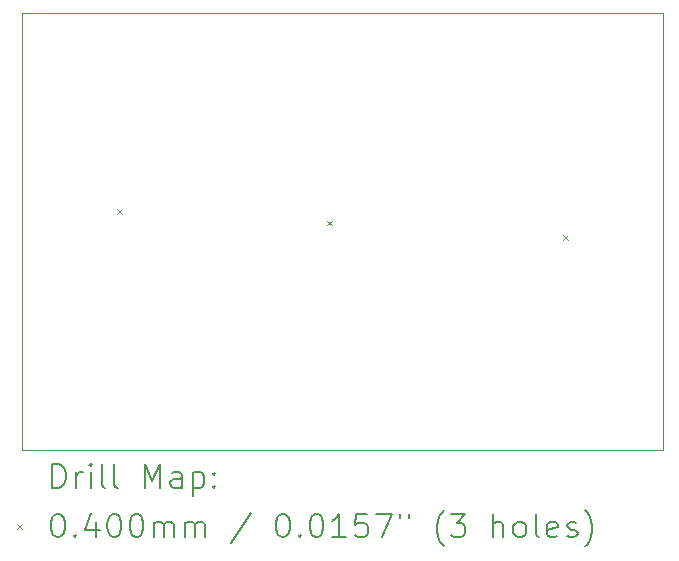
<source format=gbr>
%TF.GenerationSoftware,KiCad,Pcbnew,7.0.10*%
%TF.CreationDate,2024-10-31T16:29:59-04:00*%
%TF.ProjectId,pcb_v1,7063625f-7631-42e6-9b69-6361645f7063,rev?*%
%TF.SameCoordinates,Original*%
%TF.FileFunction,Drillmap*%
%TF.FilePolarity,Positive*%
%FSLAX45Y45*%
G04 Gerber Fmt 4.5, Leading zero omitted, Abs format (unit mm)*
G04 Created by KiCad (PCBNEW 7.0.10) date 2024-10-31 16:29:59*
%MOMM*%
%LPD*%
G01*
G04 APERTURE LIST*
%ADD10C,0.100000*%
%ADD11C,0.200000*%
G04 APERTURE END LIST*
D10*
X10675000Y-8700000D02*
X16100000Y-8700000D01*
X16100000Y-12400000D01*
X10675000Y-12400000D01*
X10675000Y-8700000D01*
D11*
D10*
X11480000Y-10355000D02*
X11520000Y-10395000D01*
X11520000Y-10355000D02*
X11480000Y-10395000D01*
X13255000Y-10455000D02*
X13295000Y-10495000D01*
X13295000Y-10455000D02*
X13255000Y-10495000D01*
X15255000Y-10580000D02*
X15295000Y-10620000D01*
X15295000Y-10580000D02*
X15255000Y-10620000D01*
D11*
X10930777Y-12716484D02*
X10930777Y-12516484D01*
X10930777Y-12516484D02*
X10978396Y-12516484D01*
X10978396Y-12516484D02*
X11006967Y-12526008D01*
X11006967Y-12526008D02*
X11026015Y-12545055D01*
X11026015Y-12545055D02*
X11035539Y-12564103D01*
X11035539Y-12564103D02*
X11045063Y-12602198D01*
X11045063Y-12602198D02*
X11045063Y-12630769D01*
X11045063Y-12630769D02*
X11035539Y-12668865D01*
X11035539Y-12668865D02*
X11026015Y-12687912D01*
X11026015Y-12687912D02*
X11006967Y-12706960D01*
X11006967Y-12706960D02*
X10978396Y-12716484D01*
X10978396Y-12716484D02*
X10930777Y-12716484D01*
X11130777Y-12716484D02*
X11130777Y-12583150D01*
X11130777Y-12621246D02*
X11140301Y-12602198D01*
X11140301Y-12602198D02*
X11149824Y-12592674D01*
X11149824Y-12592674D02*
X11168872Y-12583150D01*
X11168872Y-12583150D02*
X11187920Y-12583150D01*
X11254586Y-12716484D02*
X11254586Y-12583150D01*
X11254586Y-12516484D02*
X11245062Y-12526008D01*
X11245062Y-12526008D02*
X11254586Y-12535531D01*
X11254586Y-12535531D02*
X11264110Y-12526008D01*
X11264110Y-12526008D02*
X11254586Y-12516484D01*
X11254586Y-12516484D02*
X11254586Y-12535531D01*
X11378396Y-12716484D02*
X11359348Y-12706960D01*
X11359348Y-12706960D02*
X11349824Y-12687912D01*
X11349824Y-12687912D02*
X11349824Y-12516484D01*
X11483158Y-12716484D02*
X11464110Y-12706960D01*
X11464110Y-12706960D02*
X11454586Y-12687912D01*
X11454586Y-12687912D02*
X11454586Y-12516484D01*
X11711729Y-12716484D02*
X11711729Y-12516484D01*
X11711729Y-12516484D02*
X11778396Y-12659341D01*
X11778396Y-12659341D02*
X11845062Y-12516484D01*
X11845062Y-12516484D02*
X11845062Y-12716484D01*
X12026015Y-12716484D02*
X12026015Y-12611722D01*
X12026015Y-12611722D02*
X12016491Y-12592674D01*
X12016491Y-12592674D02*
X11997443Y-12583150D01*
X11997443Y-12583150D02*
X11959348Y-12583150D01*
X11959348Y-12583150D02*
X11940301Y-12592674D01*
X12026015Y-12706960D02*
X12006967Y-12716484D01*
X12006967Y-12716484D02*
X11959348Y-12716484D01*
X11959348Y-12716484D02*
X11940301Y-12706960D01*
X11940301Y-12706960D02*
X11930777Y-12687912D01*
X11930777Y-12687912D02*
X11930777Y-12668865D01*
X11930777Y-12668865D02*
X11940301Y-12649817D01*
X11940301Y-12649817D02*
X11959348Y-12640293D01*
X11959348Y-12640293D02*
X12006967Y-12640293D01*
X12006967Y-12640293D02*
X12026015Y-12630769D01*
X12121253Y-12583150D02*
X12121253Y-12783150D01*
X12121253Y-12592674D02*
X12140301Y-12583150D01*
X12140301Y-12583150D02*
X12178396Y-12583150D01*
X12178396Y-12583150D02*
X12197443Y-12592674D01*
X12197443Y-12592674D02*
X12206967Y-12602198D01*
X12206967Y-12602198D02*
X12216491Y-12621246D01*
X12216491Y-12621246D02*
X12216491Y-12678388D01*
X12216491Y-12678388D02*
X12206967Y-12697436D01*
X12206967Y-12697436D02*
X12197443Y-12706960D01*
X12197443Y-12706960D02*
X12178396Y-12716484D01*
X12178396Y-12716484D02*
X12140301Y-12716484D01*
X12140301Y-12716484D02*
X12121253Y-12706960D01*
X12302205Y-12697436D02*
X12311729Y-12706960D01*
X12311729Y-12706960D02*
X12302205Y-12716484D01*
X12302205Y-12716484D02*
X12292682Y-12706960D01*
X12292682Y-12706960D02*
X12302205Y-12697436D01*
X12302205Y-12697436D02*
X12302205Y-12716484D01*
X12302205Y-12592674D02*
X12311729Y-12602198D01*
X12311729Y-12602198D02*
X12302205Y-12611722D01*
X12302205Y-12611722D02*
X12292682Y-12602198D01*
X12292682Y-12602198D02*
X12302205Y-12592674D01*
X12302205Y-12592674D02*
X12302205Y-12611722D01*
D10*
X10630000Y-13025000D02*
X10670000Y-13065000D01*
X10670000Y-13025000D02*
X10630000Y-13065000D01*
D11*
X10968872Y-12936484D02*
X10987920Y-12936484D01*
X10987920Y-12936484D02*
X11006967Y-12946008D01*
X11006967Y-12946008D02*
X11016491Y-12955531D01*
X11016491Y-12955531D02*
X11026015Y-12974579D01*
X11026015Y-12974579D02*
X11035539Y-13012674D01*
X11035539Y-13012674D02*
X11035539Y-13060293D01*
X11035539Y-13060293D02*
X11026015Y-13098388D01*
X11026015Y-13098388D02*
X11016491Y-13117436D01*
X11016491Y-13117436D02*
X11006967Y-13126960D01*
X11006967Y-13126960D02*
X10987920Y-13136484D01*
X10987920Y-13136484D02*
X10968872Y-13136484D01*
X10968872Y-13136484D02*
X10949824Y-13126960D01*
X10949824Y-13126960D02*
X10940301Y-13117436D01*
X10940301Y-13117436D02*
X10930777Y-13098388D01*
X10930777Y-13098388D02*
X10921253Y-13060293D01*
X10921253Y-13060293D02*
X10921253Y-13012674D01*
X10921253Y-13012674D02*
X10930777Y-12974579D01*
X10930777Y-12974579D02*
X10940301Y-12955531D01*
X10940301Y-12955531D02*
X10949824Y-12946008D01*
X10949824Y-12946008D02*
X10968872Y-12936484D01*
X11121253Y-13117436D02*
X11130777Y-13126960D01*
X11130777Y-13126960D02*
X11121253Y-13136484D01*
X11121253Y-13136484D02*
X11111729Y-13126960D01*
X11111729Y-13126960D02*
X11121253Y-13117436D01*
X11121253Y-13117436D02*
X11121253Y-13136484D01*
X11302205Y-13003150D02*
X11302205Y-13136484D01*
X11254586Y-12926960D02*
X11206967Y-13069817D01*
X11206967Y-13069817D02*
X11330777Y-13069817D01*
X11445062Y-12936484D02*
X11464110Y-12936484D01*
X11464110Y-12936484D02*
X11483158Y-12946008D01*
X11483158Y-12946008D02*
X11492682Y-12955531D01*
X11492682Y-12955531D02*
X11502205Y-12974579D01*
X11502205Y-12974579D02*
X11511729Y-13012674D01*
X11511729Y-13012674D02*
X11511729Y-13060293D01*
X11511729Y-13060293D02*
X11502205Y-13098388D01*
X11502205Y-13098388D02*
X11492682Y-13117436D01*
X11492682Y-13117436D02*
X11483158Y-13126960D01*
X11483158Y-13126960D02*
X11464110Y-13136484D01*
X11464110Y-13136484D02*
X11445062Y-13136484D01*
X11445062Y-13136484D02*
X11426015Y-13126960D01*
X11426015Y-13126960D02*
X11416491Y-13117436D01*
X11416491Y-13117436D02*
X11406967Y-13098388D01*
X11406967Y-13098388D02*
X11397443Y-13060293D01*
X11397443Y-13060293D02*
X11397443Y-13012674D01*
X11397443Y-13012674D02*
X11406967Y-12974579D01*
X11406967Y-12974579D02*
X11416491Y-12955531D01*
X11416491Y-12955531D02*
X11426015Y-12946008D01*
X11426015Y-12946008D02*
X11445062Y-12936484D01*
X11635539Y-12936484D02*
X11654586Y-12936484D01*
X11654586Y-12936484D02*
X11673634Y-12946008D01*
X11673634Y-12946008D02*
X11683158Y-12955531D01*
X11683158Y-12955531D02*
X11692682Y-12974579D01*
X11692682Y-12974579D02*
X11702205Y-13012674D01*
X11702205Y-13012674D02*
X11702205Y-13060293D01*
X11702205Y-13060293D02*
X11692682Y-13098388D01*
X11692682Y-13098388D02*
X11683158Y-13117436D01*
X11683158Y-13117436D02*
X11673634Y-13126960D01*
X11673634Y-13126960D02*
X11654586Y-13136484D01*
X11654586Y-13136484D02*
X11635539Y-13136484D01*
X11635539Y-13136484D02*
X11616491Y-13126960D01*
X11616491Y-13126960D02*
X11606967Y-13117436D01*
X11606967Y-13117436D02*
X11597443Y-13098388D01*
X11597443Y-13098388D02*
X11587920Y-13060293D01*
X11587920Y-13060293D02*
X11587920Y-13012674D01*
X11587920Y-13012674D02*
X11597443Y-12974579D01*
X11597443Y-12974579D02*
X11606967Y-12955531D01*
X11606967Y-12955531D02*
X11616491Y-12946008D01*
X11616491Y-12946008D02*
X11635539Y-12936484D01*
X11787920Y-13136484D02*
X11787920Y-13003150D01*
X11787920Y-13022198D02*
X11797443Y-13012674D01*
X11797443Y-13012674D02*
X11816491Y-13003150D01*
X11816491Y-13003150D02*
X11845063Y-13003150D01*
X11845063Y-13003150D02*
X11864110Y-13012674D01*
X11864110Y-13012674D02*
X11873634Y-13031722D01*
X11873634Y-13031722D02*
X11873634Y-13136484D01*
X11873634Y-13031722D02*
X11883158Y-13012674D01*
X11883158Y-13012674D02*
X11902205Y-13003150D01*
X11902205Y-13003150D02*
X11930777Y-13003150D01*
X11930777Y-13003150D02*
X11949824Y-13012674D01*
X11949824Y-13012674D02*
X11959348Y-13031722D01*
X11959348Y-13031722D02*
X11959348Y-13136484D01*
X12054586Y-13136484D02*
X12054586Y-13003150D01*
X12054586Y-13022198D02*
X12064110Y-13012674D01*
X12064110Y-13012674D02*
X12083158Y-13003150D01*
X12083158Y-13003150D02*
X12111729Y-13003150D01*
X12111729Y-13003150D02*
X12130777Y-13012674D01*
X12130777Y-13012674D02*
X12140301Y-13031722D01*
X12140301Y-13031722D02*
X12140301Y-13136484D01*
X12140301Y-13031722D02*
X12149824Y-13012674D01*
X12149824Y-13012674D02*
X12168872Y-13003150D01*
X12168872Y-13003150D02*
X12197443Y-13003150D01*
X12197443Y-13003150D02*
X12216491Y-13012674D01*
X12216491Y-13012674D02*
X12226015Y-13031722D01*
X12226015Y-13031722D02*
X12226015Y-13136484D01*
X12616491Y-12926960D02*
X12445063Y-13184103D01*
X12873634Y-12936484D02*
X12892682Y-12936484D01*
X12892682Y-12936484D02*
X12911729Y-12946008D01*
X12911729Y-12946008D02*
X12921253Y-12955531D01*
X12921253Y-12955531D02*
X12930777Y-12974579D01*
X12930777Y-12974579D02*
X12940301Y-13012674D01*
X12940301Y-13012674D02*
X12940301Y-13060293D01*
X12940301Y-13060293D02*
X12930777Y-13098388D01*
X12930777Y-13098388D02*
X12921253Y-13117436D01*
X12921253Y-13117436D02*
X12911729Y-13126960D01*
X12911729Y-13126960D02*
X12892682Y-13136484D01*
X12892682Y-13136484D02*
X12873634Y-13136484D01*
X12873634Y-13136484D02*
X12854586Y-13126960D01*
X12854586Y-13126960D02*
X12845063Y-13117436D01*
X12845063Y-13117436D02*
X12835539Y-13098388D01*
X12835539Y-13098388D02*
X12826015Y-13060293D01*
X12826015Y-13060293D02*
X12826015Y-13012674D01*
X12826015Y-13012674D02*
X12835539Y-12974579D01*
X12835539Y-12974579D02*
X12845063Y-12955531D01*
X12845063Y-12955531D02*
X12854586Y-12946008D01*
X12854586Y-12946008D02*
X12873634Y-12936484D01*
X13026015Y-13117436D02*
X13035539Y-13126960D01*
X13035539Y-13126960D02*
X13026015Y-13136484D01*
X13026015Y-13136484D02*
X13016491Y-13126960D01*
X13016491Y-13126960D02*
X13026015Y-13117436D01*
X13026015Y-13117436D02*
X13026015Y-13136484D01*
X13159348Y-12936484D02*
X13178396Y-12936484D01*
X13178396Y-12936484D02*
X13197444Y-12946008D01*
X13197444Y-12946008D02*
X13206967Y-12955531D01*
X13206967Y-12955531D02*
X13216491Y-12974579D01*
X13216491Y-12974579D02*
X13226015Y-13012674D01*
X13226015Y-13012674D02*
X13226015Y-13060293D01*
X13226015Y-13060293D02*
X13216491Y-13098388D01*
X13216491Y-13098388D02*
X13206967Y-13117436D01*
X13206967Y-13117436D02*
X13197444Y-13126960D01*
X13197444Y-13126960D02*
X13178396Y-13136484D01*
X13178396Y-13136484D02*
X13159348Y-13136484D01*
X13159348Y-13136484D02*
X13140301Y-13126960D01*
X13140301Y-13126960D02*
X13130777Y-13117436D01*
X13130777Y-13117436D02*
X13121253Y-13098388D01*
X13121253Y-13098388D02*
X13111729Y-13060293D01*
X13111729Y-13060293D02*
X13111729Y-13012674D01*
X13111729Y-13012674D02*
X13121253Y-12974579D01*
X13121253Y-12974579D02*
X13130777Y-12955531D01*
X13130777Y-12955531D02*
X13140301Y-12946008D01*
X13140301Y-12946008D02*
X13159348Y-12936484D01*
X13416491Y-13136484D02*
X13302206Y-13136484D01*
X13359348Y-13136484D02*
X13359348Y-12936484D01*
X13359348Y-12936484D02*
X13340301Y-12965055D01*
X13340301Y-12965055D02*
X13321253Y-12984103D01*
X13321253Y-12984103D02*
X13302206Y-12993627D01*
X13597444Y-12936484D02*
X13502206Y-12936484D01*
X13502206Y-12936484D02*
X13492682Y-13031722D01*
X13492682Y-13031722D02*
X13502206Y-13022198D01*
X13502206Y-13022198D02*
X13521253Y-13012674D01*
X13521253Y-13012674D02*
X13568872Y-13012674D01*
X13568872Y-13012674D02*
X13587920Y-13022198D01*
X13587920Y-13022198D02*
X13597444Y-13031722D01*
X13597444Y-13031722D02*
X13606967Y-13050769D01*
X13606967Y-13050769D02*
X13606967Y-13098388D01*
X13606967Y-13098388D02*
X13597444Y-13117436D01*
X13597444Y-13117436D02*
X13587920Y-13126960D01*
X13587920Y-13126960D02*
X13568872Y-13136484D01*
X13568872Y-13136484D02*
X13521253Y-13136484D01*
X13521253Y-13136484D02*
X13502206Y-13126960D01*
X13502206Y-13126960D02*
X13492682Y-13117436D01*
X13673634Y-12936484D02*
X13806967Y-12936484D01*
X13806967Y-12936484D02*
X13721253Y-13136484D01*
X13873634Y-12936484D02*
X13873634Y-12974579D01*
X13949825Y-12936484D02*
X13949825Y-12974579D01*
X14245063Y-13212674D02*
X14235539Y-13203150D01*
X14235539Y-13203150D02*
X14216491Y-13174579D01*
X14216491Y-13174579D02*
X14206968Y-13155531D01*
X14206968Y-13155531D02*
X14197444Y-13126960D01*
X14197444Y-13126960D02*
X14187920Y-13079341D01*
X14187920Y-13079341D02*
X14187920Y-13041246D01*
X14187920Y-13041246D02*
X14197444Y-12993627D01*
X14197444Y-12993627D02*
X14206968Y-12965055D01*
X14206968Y-12965055D02*
X14216491Y-12946008D01*
X14216491Y-12946008D02*
X14235539Y-12917436D01*
X14235539Y-12917436D02*
X14245063Y-12907912D01*
X14302206Y-12936484D02*
X14426015Y-12936484D01*
X14426015Y-12936484D02*
X14359348Y-13012674D01*
X14359348Y-13012674D02*
X14387920Y-13012674D01*
X14387920Y-13012674D02*
X14406968Y-13022198D01*
X14406968Y-13022198D02*
X14416491Y-13031722D01*
X14416491Y-13031722D02*
X14426015Y-13050769D01*
X14426015Y-13050769D02*
X14426015Y-13098388D01*
X14426015Y-13098388D02*
X14416491Y-13117436D01*
X14416491Y-13117436D02*
X14406968Y-13126960D01*
X14406968Y-13126960D02*
X14387920Y-13136484D01*
X14387920Y-13136484D02*
X14330777Y-13136484D01*
X14330777Y-13136484D02*
X14311729Y-13126960D01*
X14311729Y-13126960D02*
X14302206Y-13117436D01*
X14664110Y-13136484D02*
X14664110Y-12936484D01*
X14749825Y-13136484D02*
X14749825Y-13031722D01*
X14749825Y-13031722D02*
X14740301Y-13012674D01*
X14740301Y-13012674D02*
X14721253Y-13003150D01*
X14721253Y-13003150D02*
X14692682Y-13003150D01*
X14692682Y-13003150D02*
X14673634Y-13012674D01*
X14673634Y-13012674D02*
X14664110Y-13022198D01*
X14873634Y-13136484D02*
X14854587Y-13126960D01*
X14854587Y-13126960D02*
X14845063Y-13117436D01*
X14845063Y-13117436D02*
X14835539Y-13098388D01*
X14835539Y-13098388D02*
X14835539Y-13041246D01*
X14835539Y-13041246D02*
X14845063Y-13022198D01*
X14845063Y-13022198D02*
X14854587Y-13012674D01*
X14854587Y-13012674D02*
X14873634Y-13003150D01*
X14873634Y-13003150D02*
X14902206Y-13003150D01*
X14902206Y-13003150D02*
X14921253Y-13012674D01*
X14921253Y-13012674D02*
X14930777Y-13022198D01*
X14930777Y-13022198D02*
X14940301Y-13041246D01*
X14940301Y-13041246D02*
X14940301Y-13098388D01*
X14940301Y-13098388D02*
X14930777Y-13117436D01*
X14930777Y-13117436D02*
X14921253Y-13126960D01*
X14921253Y-13126960D02*
X14902206Y-13136484D01*
X14902206Y-13136484D02*
X14873634Y-13136484D01*
X15054587Y-13136484D02*
X15035539Y-13126960D01*
X15035539Y-13126960D02*
X15026015Y-13107912D01*
X15026015Y-13107912D02*
X15026015Y-12936484D01*
X15206968Y-13126960D02*
X15187920Y-13136484D01*
X15187920Y-13136484D02*
X15149825Y-13136484D01*
X15149825Y-13136484D02*
X15130777Y-13126960D01*
X15130777Y-13126960D02*
X15121253Y-13107912D01*
X15121253Y-13107912D02*
X15121253Y-13031722D01*
X15121253Y-13031722D02*
X15130777Y-13012674D01*
X15130777Y-13012674D02*
X15149825Y-13003150D01*
X15149825Y-13003150D02*
X15187920Y-13003150D01*
X15187920Y-13003150D02*
X15206968Y-13012674D01*
X15206968Y-13012674D02*
X15216491Y-13031722D01*
X15216491Y-13031722D02*
X15216491Y-13050769D01*
X15216491Y-13050769D02*
X15121253Y-13069817D01*
X15292682Y-13126960D02*
X15311730Y-13136484D01*
X15311730Y-13136484D02*
X15349825Y-13136484D01*
X15349825Y-13136484D02*
X15368872Y-13126960D01*
X15368872Y-13126960D02*
X15378396Y-13107912D01*
X15378396Y-13107912D02*
X15378396Y-13098388D01*
X15378396Y-13098388D02*
X15368872Y-13079341D01*
X15368872Y-13079341D02*
X15349825Y-13069817D01*
X15349825Y-13069817D02*
X15321253Y-13069817D01*
X15321253Y-13069817D02*
X15302206Y-13060293D01*
X15302206Y-13060293D02*
X15292682Y-13041246D01*
X15292682Y-13041246D02*
X15292682Y-13031722D01*
X15292682Y-13031722D02*
X15302206Y-13012674D01*
X15302206Y-13012674D02*
X15321253Y-13003150D01*
X15321253Y-13003150D02*
X15349825Y-13003150D01*
X15349825Y-13003150D02*
X15368872Y-13012674D01*
X15445063Y-13212674D02*
X15454587Y-13203150D01*
X15454587Y-13203150D02*
X15473634Y-13174579D01*
X15473634Y-13174579D02*
X15483158Y-13155531D01*
X15483158Y-13155531D02*
X15492682Y-13126960D01*
X15492682Y-13126960D02*
X15502206Y-13079341D01*
X15502206Y-13079341D02*
X15502206Y-13041246D01*
X15502206Y-13041246D02*
X15492682Y-12993627D01*
X15492682Y-12993627D02*
X15483158Y-12965055D01*
X15483158Y-12965055D02*
X15473634Y-12946008D01*
X15473634Y-12946008D02*
X15454587Y-12917436D01*
X15454587Y-12917436D02*
X15445063Y-12907912D01*
M02*

</source>
